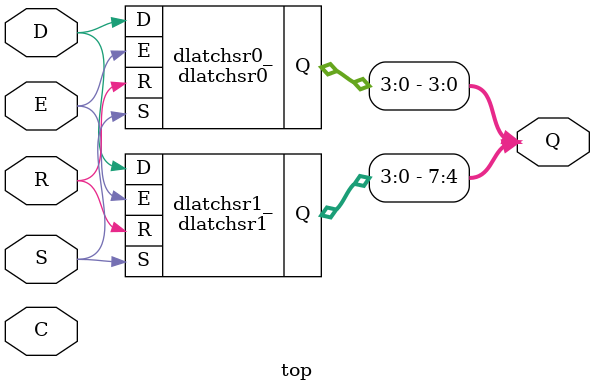
<source format=v>
module dlatchsr0(input E, R, S, D, (* init = 4'h0 *) output [3:0] Q);
\$_DLATCHSR_PPP_ ff0 (.E(E), .R(R), .S(S), .D(D), .Q(Q[0]));
\$_DLATCHSR_PPN_ ff1 (.E(E), .R(R), .S(S), .D(D), .Q(Q[1]));
\$_DLATCHSR_PNP_ ff2 (.E(E), .R(R), .S(S), .D(D), .Q(Q[2]));
\$_DLATCHSR_NPP_ ff3 (.E(E), .R(R), .S(S), .D(D), .Q(Q[3]));
endmodule

module dlatchsr1(input E, R, S, D, (* init = 4'hf *) output [3:0] Q);
\$_DLATCHSR_PPP_ ff0 (.E(E), .R(R), .S(S), .D(D), .Q(Q[0]));
\$_DLATCHSR_PPN_ ff1 (.E(E), .R(R), .S(S), .D(D), .Q(Q[1]));
\$_DLATCHSR_PNP_ ff2 (.E(E), .R(R), .S(S), .D(D), .Q(Q[2]));
\$_DLATCHSR_NPP_ ff3 (.E(E), .R(R), .S(S), .D(D), .Q(Q[3]));
endmodule

module top(input C, E, R, S, D, output [7:0] Q);
dlatchsr0 dlatchsr0_(.E(E), .R(R), .S(S), .D(D), .Q(Q[3:0]));
dlatchsr1 dlatchsr1_(.E(E), .R(R), .S(S), .D(D), .Q(Q[7:4]));
endmodule

</source>
